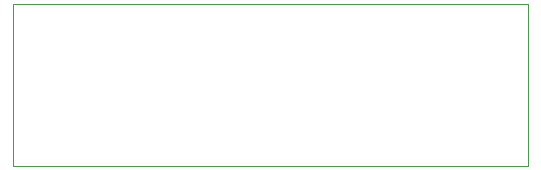
<source format=gbr>
%TF.GenerationSoftware,KiCad,Pcbnew,9.0.7*%
%TF.CreationDate,2026-02-08T14:26:32+09:00*%
%TF.ProjectId,level_shifter,6c657665-6c5f-4736-9869-667465722e6b,rev?*%
%TF.SameCoordinates,Original*%
%TF.FileFunction,Profile,NP*%
%FSLAX46Y46*%
G04 Gerber Fmt 4.6, Leading zero omitted, Abs format (unit mm)*
G04 Created by KiCad (PCBNEW 9.0.7) date 2026-02-08 14:26:32*
%MOMM*%
%LPD*%
G01*
G04 APERTURE LIST*
%TA.AperFunction,Profile*%
%ADD10C,0.050000*%
%TD*%
G04 APERTURE END LIST*
D10*
X160180000Y-98490000D02*
X203800000Y-98490000D01*
X203800000Y-112200000D01*
X160180000Y-112200000D01*
X160180000Y-98490000D01*
M02*

</source>
